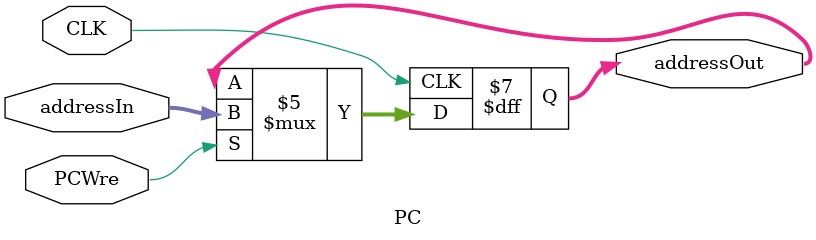
<source format=v>
`timescale 1ns / 1ps
module PC(
    input [31:0] addressIn,
    input PCWre,
    input CLK,
    output reg [31:0] addressOut
    );
	 initial
	     addressOut = 32 'h00000000;

	 always @(posedge CLK) begin
      if (PCWre == 1 'b1) begin
          addressOut = addressIn;
      end
	 end

endmodule

</source>
